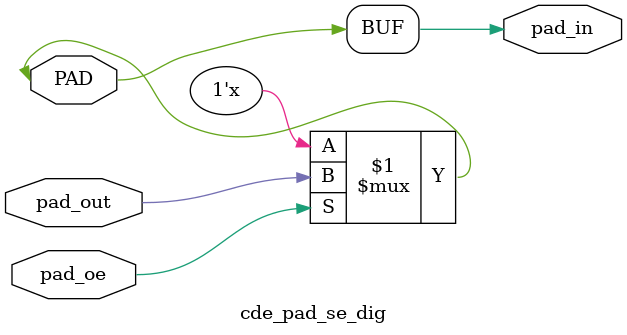
<source format=v>
/**********************************************************************/
/*                                                                    */
/*             -------                                                */
/*            /   SOC  \                                              */
/*           /    GEN   \                                             */
/*          /     LIB    \                                            */
/*          ==============                                            */
/*          |            |                                            */
/*          |____________|                                            */
/*                                                                    */
/*  Generic model for a single ended tristate digital pad             */
/*                                                                    */
/*                                                                    */
/*  Author(s):                                                        */
/*      - John Eaton, jt_eaton@opencores.org                          */
/*                                                                    */
/**********************************************************************/
/*                                                                    */
/*    Copyright (C) <2010>  <Ouabache Design Works>                   */
/*                                                                    */
/*  This source file may be used and distributed without              */
/*  restriction provided that this copyright statement is not         */
/*  removed from the file and that any derivative work contains       */
/*  the original copyright notice and the associated disclaimer.      */
/*                                                                    */
/*  This source file is free software; you can redistribute it        */
/*  and/or modify it under the terms of the GNU Lesser General        */
/*  Public License as published by the Free Software Foundation;      */
/*  either version 2.1 of the License, or (at your option) any        */
/*  later version.                                                    */
/*                                                                    */
/*  This source is distributed in the hope that it will be            */
/*  useful, but WITHOUT ANY WARRANTY; without even the implied        */
/*  warranty of MERCHANTABILITY or FITNESS FOR A PARTICULAR           */
/*  PURPOSE.  See the GNU Lesser General Public License for more      */
/*  details.                                                          */
/*                                                                    */
/*  You should have received a copy of the GNU Lesser General         */
/*  Public License along with this source; if not, download it        */
/*  from http://www.opencores.org/lgpl.shtml                          */
/*                                                                    */
/**********************************************************************/

module  
cde_pad_se_dig(

inout   wire     PAD,
output  wire     pad_in,
input   wire     pad_out,
input   wire     pad_oe

);
	   
assign           pad_in  = PAD;
assign           PAD     = pad_oe ? pad_out  : 1'bz;
   


endmodule



</source>
